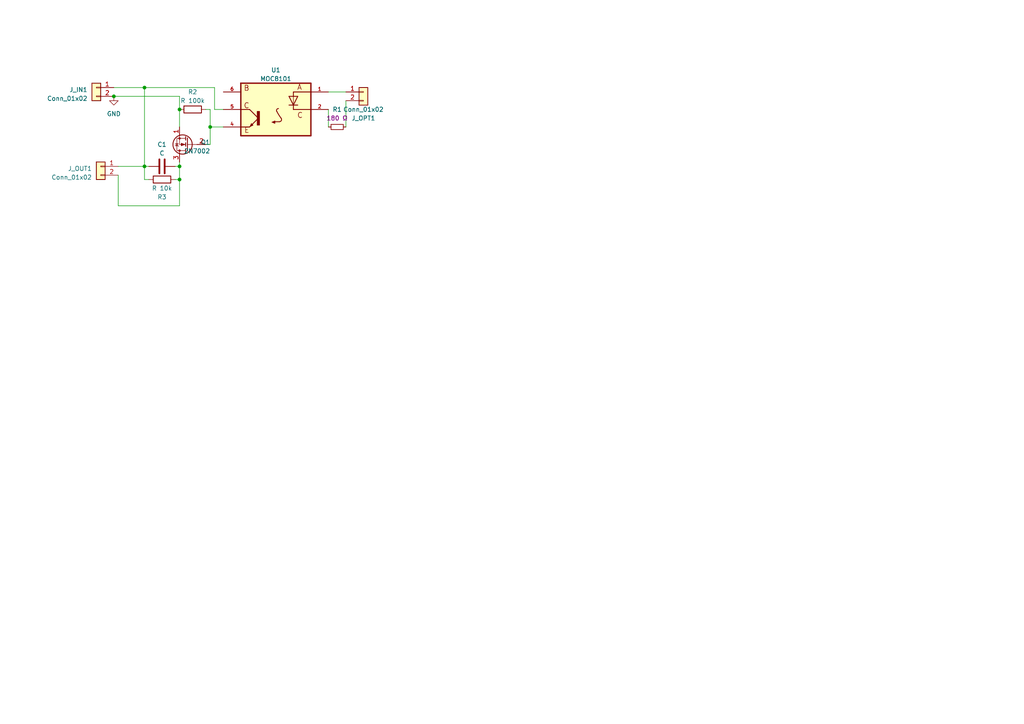
<source format=kicad_sch>
(kicad_sch (version 20220914) (generator eeschema)
  (paper "A4")
  (lib_symbols
    (symbol "Connector_Generic:Conn_01x02" (pin_names (offset 1.016) hide)
      (property "Reference" "J" (at 0 2.54 0))
      (property "Value" "Conn_01x02" (at 0 -5.08 0))
      (symbol "Conn_01x02_1_1"
        (rectangle (start -1.27 -2.413) (end 0 -2.667) (stroke (width 0.1524)))
        (rectangle (start -1.27 0.127) (end 0 -0.127) (stroke (width 0.1524)))
        (rectangle (start -1.27 1.27) (end 1.27 -3.81) (stroke (width 0.254)) (fill (type background)))
        (pin passive line (at -5.08 0 0) (length 3.81) (name "Pin_1") (number "1"))
        (pin passive line (at -5.08 -2.54 0) (length 3.81) (name "Pin_2") (number "2"))
      )
    )
    (symbol "Device:C" (pin_numbers hide) (pin_names (offset 0.254))
      (property "Reference" "C" (at 0.635 2.54 0))
      (property "Value" "C" (at 0.635 -2.54 0))
      (symbol "C_0_1"
        (polyline (pts (xy -2.032 -0.762) (xy 2.032 -0.762)) (stroke (width 0.508)))
        (polyline (pts (xy -2.032 0.762) (xy 2.032 0.762)) (stroke (width 0.508)))
      )
      (symbol "C_1_1"
        (pin passive line (at 0 3.81 270) (length 2.794) (name "~") (number "1"))
        (pin passive line (at 0 -3.81 90) (length 2.794) (name "~") (number "2"))
      )
    )
    (symbol "Device:R" (pin_numbers hide) (pin_names (offset 0))
      (property "Reference" "R" (at 2.032 0 90))
      (property "Value" "R" (at 0 0 90))
      (symbol "R_0_1"
        (rectangle (start -1.016 -2.54) (end 1.016 2.54) (stroke (width 0.254)))
      )
      (symbol "R_1_1"
        (pin passive line (at 0 3.81 270) (length 1.27) (name "~") (number "1"))
        (pin passive line (at 0 -3.81 90) (length 1.27) (name "~") (number "2"))
      )
    )
    (symbol "Transistor_FET:2N7002" (pin_names hide)
      (property "Reference" "Q1" (at -6.35 -0.635 0))
      (property "Value" "2N7002" (at -6.35 1.905 0))
      (symbol "2N7002_0_1"
        (polyline (pts (xy 0.254 0) (xy -2.54 0)))
        (polyline (pts (xy 0.254 1.905) (xy 0.254 -1.905)) (stroke (width 0.254)))
        (polyline (pts (xy 0.762 -1.27) (xy 0.762 -2.286)) (stroke (width 0.254)))
        (polyline (pts (xy 0.762 0.508) (xy 0.762 -0.508)) (stroke (width 0.254)))
        (polyline (pts (xy 0.762 2.286) (xy 0.762 1.27)) (stroke (width 0.254)))
        (polyline (pts (xy 2.54 2.54) (xy 2.54 1.778)))
        (polyline (pts (xy 2.54 -2.54) (xy 2.54 0) (xy 0.762 0)))
        (polyline (pts (xy 0.762 -1.778) (xy 3.302 -1.778) (xy 3.302 1.778) (xy 0.762 1.778)))
        (polyline (pts (xy 1.016 0) (xy 2.032 0.381) (xy 2.032 -0.381) (xy 1.016 0)) (fill (type outline)))
        (polyline (pts (xy 2.794 0.508) (xy 2.921 0.381) (xy 3.683 0.381) (xy 3.81 0.254)))
        (polyline (pts (xy 3.302 0.381) (xy 2.921 -0.254) (xy 3.683 -0.254) (xy 3.302 0.381)))
        (circle (center 1.651 0) (radius 2.794) (stroke (width 0.254)))
        (circle (center 2.54 -1.778) (radius 0.254) (fill (type outline)))
        (circle (center 2.54 1.778) (radius 0.254) (fill (type outline)))
      )
      (symbol "2N7002_1_1"
        (pin passive line (at 2.54 -5.08 90) (length 2.54) (name "S") (number "1"))
        (pin input line (at -5.08 0 0) (length 2.54) (name "G") (number "2"))
        (pin passive line (at 2.54 5.08 270) (length 2.54) (name "D") (number "3"))
      )
    )
    (symbol "localparts:R_180_0603" (pin_numbers hide) (pin_names (offset 0.254) hide)
      (property "Reference" "R" (at -1.27 1.143 0))
      (property "Display" "180 Ω" (at -1.27 -1.016 0))
      (symbol "R_180_0603_0_1"
        (rectangle (start -0.762 1.778) (end 0.762 -1.778) (stroke (width 0.2032)))
      )
      (symbol "R_180_0603_1_1"
        (pin passive line (at 0 2.54 270) (length 0.762) (name "~") (number "1"))
        (pin passive line (at 0 -2.54 90) (length 0.762) (name "~") (number "2"))
      )
    )
    (symbol "localstuff:GND" (power) (pin_names (offset 0))
      (property "Value" "GND" (at 0 -3.81 0))
      (symbol "GND_0_1"
        (polyline (pts (xy 0 0) (xy 0 -1.27) (xy 1.27 -1.27) (xy 0 -2.54) (xy -1.27 -1.27) (xy 0 -1.27)))
      )
      (symbol "GND_1_1"
        (pin power_in line (at 0 0 270) (length 0) hide (name "GND") (number "1"))
      )
    )
    (symbol "localstuff:MOC8101" (pin_names (offset 1.016))
      (property "Reference" "U" (at -5.0872 8.1396 0))
      (property "Value" "MOC8101" (at -5.0875 -10.1751 0))
      (symbol "MOC8101_0_0"
        (rectangle (start -10.16 7.62) (end 10.16 -7.62) (stroke (width 0.4064)) (fill (type background)))
        (arc (start -1.524 -2.54) (mid -1.5843 -3.2043) (end -1.016 -3.556) (stroke (width 0.254)))
        (arc (start -1.524 -2.54) (mid -0.8458 -1.551) (end -0.254 -0.508) (stroke (width 0.254)))
        (arc (start -0.254 -0.508) (mid -0.2843 0.0221) (end -0.762 0.254) (stroke (width 0.254)))
        (polyline (pts (xy -10.16 5.08) (xy -5.08 5.08)) (stroke (width 0.254)))
        (polyline (pts (xy -5.08 0) (xy -10.16 0)) (stroke (width 0.254)))
        (polyline (pts (xy -5.08 1.27) (xy -6.35 1.27)) (stroke (width 0.254)))
        (polyline (pts (xy -5.08 1.27) (xy -6.35 3.81)) (stroke (width 0.254)))
        (polyline (pts (xy -5.08 1.27) (xy -5.08 0)) (stroke (width 0.254)))
        (polyline (pts (xy -5.08 3.81) (xy -6.35 3.81)) (stroke (width 0.254)))
        (polyline (pts (xy -5.08 3.81) (xy -5.08 1.27)) (stroke (width 0.1524)))
        (polyline (pts (xy -5.08 3.81) (xy -5.08 5.08)) (stroke (width 0.254)))
        (polyline (pts (xy -3.81 1.27) (xy -5.08 1.27)) (stroke (width 0.254)))
        (polyline (pts (xy -3.81 3.81) (xy -5.08 1.27)) (stroke (width 0.254)))
        (polyline (pts (xy -3.81 3.81) (xy -5.08 3.81)) (stroke (width 0.254)))
        (polyline (pts (xy 0.254 -3.556) (xy -1.016 -3.556)) (stroke (width 0.254)))
        (polyline (pts (xy 5.08 -2.54) (xy 7.62 -5.08)) (stroke (width 0.254)))
        (polyline (pts (xy 7.62 0) (xy 5.08 -2.54)) (stroke (width 0.254)))
        (polyline (pts (xy 10.16 -5.08) (xy 7.62 -5.08)) (stroke (width 0.254)))
        (polyline (pts (xy 10.16 0) (xy 7.62 0)) (stroke (width 0.254)))
        (polyline (pts (xy 1.143 -3.683) (xy 0.254 -3.302) (xy 0.254 -4.064) (xy 1.143 -3.683)) (stroke (width 0.1524)) (fill (type outline)))
        (polyline (pts (xy 7.493 -4.953) (xy 7.112 -4.064) (xy 6.604 -4.572) (xy 7.493 -4.953)) (stroke (width 0.1524)) (fill (type outline)))
        (rectangle (start 4.7052 -0.508) (end 5.461 -4.578) (stroke (width 0.1)) (fill (type outline)))
        (text "A" (at -7.6243 5.5912 0) (effects (font (size 1.5249 1.5249)) (justify left bottom)))
        (text "B" (at 7.6286 5.3401 0) (effects (font (size 1.5257 1.5257)) (justify left bottom)))
        (text "C" (at -7.874 -2.54 0) (effects (font (size 1.5256 1.5256)) (justify left bottom)))
        (text "C" (at 7.6342 0.2545 0) (effects (font (size 1.5268 1.5268)) (justify left bottom)))
        (text "E" (at 7.6265 -6.8638 0) (effects (font (size 1.5253 1.5253)) (justify left bottom)))
        (pin passive line (at -15.24 5.08 0) (length 5.08) (name "~") (number "1"))
        (pin passive line (at -15.24 0 0) (length 5.08) (name "~") (number "2"))
        (pin passive line (at 15.24 -5.08 180) (length 5.08) (name "~") (number "4"))
        (pin passive line (at 15.24 0 180) (length 5.08) (name "~") (number "5"))
        (pin passive line (at 15.24 5.08 180) (length 5.08) (name "~") (number "6"))
      )
    )
  )
  (junction (at 52.07 48.26))
  (junction (at 41.91 25.4))
  (junction (at 60.96 36.83))
  (junction (at 52.07 52.07))
  (junction (at 52.07 31.75))
  (junction (at 33.02 27.94))
  (junction (at 41.91 48.26))
  (wire (pts (xy 60.96 36.83) (xy 60.96 31.75)))
  (wire (pts (xy 52.07 36.83) (xy 52.07 31.75)))
  (wire (pts (xy 43.18 52.07) (xy 41.91 52.07)))
  (wire (pts (xy 60.96 41.91) (xy 60.96 36.83)))
  (wire (pts (xy 52.07 46.99) (xy 52.07 48.26)))
  (wire (pts (xy 33.02 25.4) (xy 41.91 25.4)))
  (wire (pts (xy 34.29 59.69) (xy 52.07 59.69)))
  (wire (pts (xy 95.25 26.67) (xy 100.33 26.67)))
  (wire (pts (xy 41.91 25.4) (xy 62.23 25.4)))
  (wire (pts (xy 52.07 59.69) (xy 52.07 52.07)))
  (wire (pts (xy 41.91 48.26) (xy 43.18 48.26)))
  (wire (pts (xy 59.69 41.91) (xy 60.96 41.91)))
  (wire (pts (xy 52.07 27.94) (xy 33.02 27.94)))
  (wire (pts (xy 52.07 52.07) (xy 50.8 52.07)))
  (wire (pts (xy 60.96 36.83) (xy 64.77 36.83)))
  (wire (pts (xy 95.25 31.75) (xy 95.25 36.83)))
  (wire (pts (xy 41.91 25.4) (xy 41.91 48.26)))
  (wire (pts (xy 52.07 48.26) (xy 52.07 52.07)))
  (wire (pts (xy 100.33 29.21) (xy 100.33 36.83)))
  (wire (pts (xy 50.8 48.26) (xy 52.07 48.26)))
  (wire (pts (xy 34.29 50.8) (xy 34.29 59.69)))
  (wire (pts (xy 62.23 31.75) (xy 62.23 25.4)))
  (wire (pts (xy 41.91 52.07) (xy 41.91 48.26)))
  (wire (pts (xy 41.91 48.26) (xy 34.29 48.26)))
  (wire (pts (xy 59.69 31.75) (xy 60.96 31.75)))
  (wire (pts (xy 64.77 31.75) (xy 62.23 31.75)))
  (wire (pts (xy 52.07 31.75) (xy 52.07 27.94)))
  (symbol (lib_id "localstuff:GND") (at 33.02 27.94 0) (unit 1)
    (default_instance (reference "#PWR?") (unit 1) (value "GND") (footprint ""))
    (property "Reference" "#PWR0101" (effects hide))
    (property "Value" "GND" (at 33.02 33.02 0))
  )
  (symbol (lib_id "Connector_Generic:Conn_01x02") (at 29.21 48.26 0) (mirror y) (unit 1)
    (default_instance (reference "J1") (unit 1) (value "Conn_01x02") (footprint ""))
    (property "Reference" "J_OUT1" (at 26.67 48.895 0) (effects (justify left)))
    (property "Value" "Conn_01x02" (at 26.67 51.435 0) (effects (justify left)))
    (property "Footprint" "localstuff:1X02_GN" (effects hide))
  )
  (symbol (lib_id "localparts:R_180_0603") (at 97.79 36.83 90) (unit 1)
    (default_instance (reference "R1") (unit 1) (value "R_180_0603") (footprint "Resistor_SMD:R_0603_1608Metric"))
    (property "Reference" "R1" (at 97.79 31.75 90))
    (property "Value" "R_180_0603" (effects hide))
    (property "Footprint" "Resistor_THT:R_Axial_DIN0204_L3.6mm_D1.6mm_P2.54mm_Vertical" (effects hide))
    (property "Display" "180 Ω" (at 97.79 34.29 90))
  )
  (symbol (lib_id "Connector_Generic:Conn_01x02") (at 27.94 25.4 0) (mirror y) (unit 1)
    (default_instance (reference "J1") (unit 1) (value "Conn_01x02") (footprint ""))
    (property "Reference" "J_IN1" (at 25.4 26.035 0) (effects (justify left)))
    (property "Value" "Conn_01x02" (at 25.4 28.575 0) (effects (justify left)))
    (property "Footprint" "localstuff:1X02_GN" (effects hide))
  )
  (symbol (lib_id "Connector_Generic:Conn_01x02") (at 105.41 26.67 0) (unit 1)
    (default_instance (reference "J1") (unit 1) (value "Conn_01x02") (footprint ""))
    (property "Reference" "J_OPT1" (at 105.41 34.29 0))
    (property "Value" "Conn_01x02" (at 105.41 31.75 0))
    (property "Footprint" "localstuff:1X02_GN" (effects hide))
  )
  (symbol (lib_id "Transistor_FET:2N7002") (at 54.61 41.91 180) (unit 1)
    (default_instance (reference "Q1") (unit 1) (value "2N7002") (footprint "Package_TO_SOT_SMD:SOT-23"))
    (property "Reference" "Q1" (at 60.96 41.275 0) (effects (justify left)))
    (property "Value" "2N7002" (at 60.96 43.815 0) (effects (justify left)))
    (property "Footprint" "Package_TO_SOT_THT:TO-92L_Inline_Wide" (effects hide))
    (property "Datasheet" "https://www.onsemi.com/pub/Collateral/NDS7002A-D.PDF" (effects hide))
  )
  (symbol (lib_id "Device:R") (at 55.88 31.75 270) (unit 1)
    (default_instance (reference "R2") (unit 1) (value "R") (footprint ""))
    (property "Reference" "R2" (at 55.88 26.67 90))
    (property "Value" "R 100k" (at 55.88 29.21 90))
    (property "Footprint" "Resistor_THT:R_Axial_DIN0204_L3.6mm_D1.6mm_P2.54mm_Vertical" (effects hide))
  )
  (symbol (lib_id "Device:R") (at 46.99 52.07 270) (mirror x) (unit 1)
    (default_instance (reference "R2") (unit 1) (value "R") (footprint ""))
    (property "Reference" "R3" (at 46.99 57.15 90))
    (property "Value" "R 10k" (at 46.99 54.61 90))
    (property "Footprint" "Resistor_THT:R_Axial_DIN0204_L3.6mm_D1.6mm_P2.54mm_Vertical" (effects hide))
  )
  (symbol (lib_id "Device:C") (at 46.99 48.26 90) (unit 1)
    (default_instance (reference "C1") (unit 1) (value "C") (footprint ""))
    (property "Reference" "C1" (at 46.99 41.91 90))
    (property "Value" "C" (at 46.99 44.45 90))
    (property "Footprint" "Capacitor_THT:C_Disc_D5.0mm_W2.5mm_P5.00mm" (effects hide))
  )
  (symbol (lib_id "localstuff:MOC8101") (at 80.01 31.75 0) (mirror y) (unit 1)
    (default_instance (reference "U1") (unit 1) (value "MOC8101") (footprint "Package_DIP:DIP-6_W7.62mm"))
    (property "Reference" "U1" (at 80.01 20.32 0))
    (property "Value" "MOC8101" (at 80.01 22.86 0))
    (property "Footprint" "Package_DIP:DIP-6_W7.62mm" (effects hide))
    (property "MANUFACTURER" "Vishay" (effects hide))
  )
)
</source>
